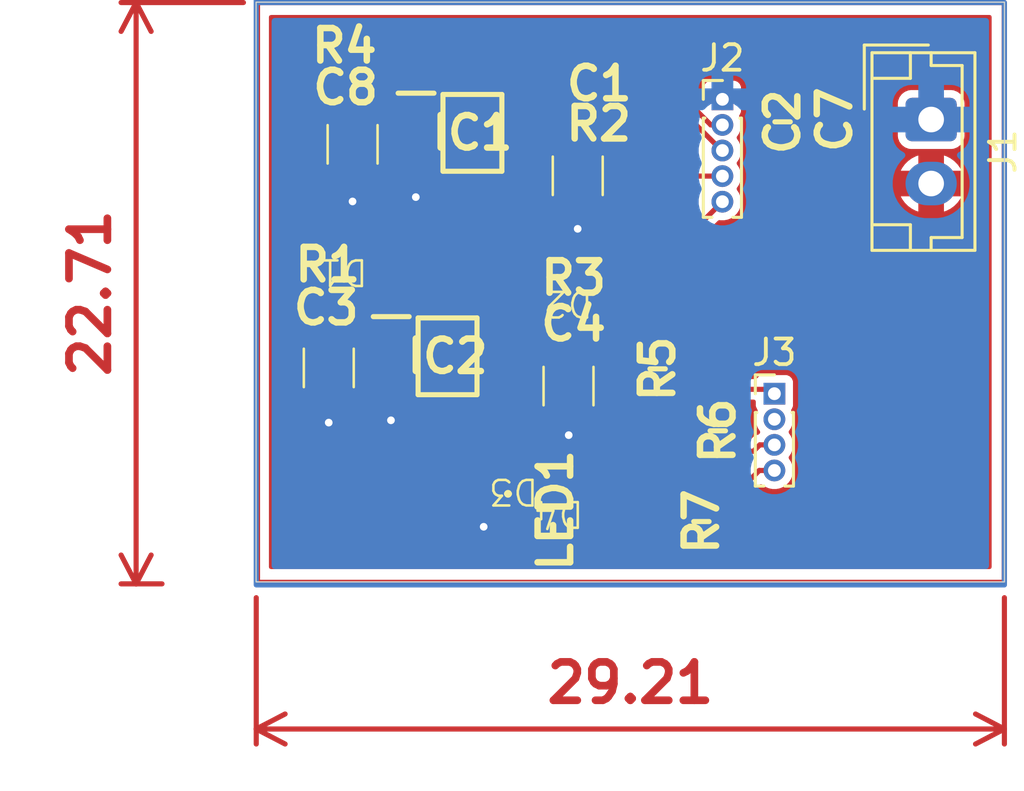
<source format=kicad_pcb>
(kicad_pcb (version 20241229) (generator "pcbnew") (generator_version "9.0")
  (layers (0 "F.Cu" signal) (2 "B.Cu" signal) (13 "F.Paste" user) (15 "B.Paste" user) (5 "F.SilkS" user "F.Silkscreen") (7 "B.SilkS" user "B.Silkscreen") (1 "F.Mask" user) (3 "B.Mask" user) (25 "Edge.Cuts" user))
  (net 0 "")
  (net 2 "Net-(D2-K)")
  (net 3 "Net-(D3-K)")
  (net 4 "Net-(D4-K)")
  (net 5 "Net-(D1-K)")
  (net 6 "/3.3V")
  (net 7 "/Out1B")
  (net 8 "/Out2A")
  (net 9 "/Out2B")
  (net 10 "/Out1A")
  (net 11 "GND")
  (net 12 "Net-(J3-Pin_1)")
  (net 13 "Net-(J3-Pin_4)")
  (net 14 "Net-(J3-Pin_3)")
  (footprint "CUSTOM_LIBRARY:SD019-141-411" (layer "F.Cu") (at 115.485001 77.139998 180)
    (property "Reference" "D1" (at 0 -0.5 180) (layer "F.SilkS") (effects (font (thickness 0.1))))
    (property "Value" "SD019-141-411")
    (fp_line (start 0.597046 5.241684) (end 0.597046 3.741684) (stroke (width 0.1)) (layer "F.SilkS"))
    (fp_line (start -1.352148 3.741684) (end -1.352148 5.241684) (stroke (width 0.1)) (layer "F.SilkS"))
    (pad "1" smd roundrect (at -0.375 3.725 180) (size 1.35 0.75) (layers "F.Cu" "F.Mask" "F.Paste" "Eco1.User") (roundrect_rratio 0.15) (net 11 "GND"))
    (pad "2" smd roundrect (at -0.374999 5.274998 180) (size 1.349998 0.749996) (layers "F.Cu" "F.Mask" "F.Paste") (roundrect_rratio 0.15) (net 5 "Net-(D1-K)"))
  )
  (footprint "CUSTOM_LIBRARY:SD019-141-411" (layer "F.Cu") (at 124.275001 78.369998 180)
    (property "Reference" "D2" (at 0 -0.5 180) (layer "F.SilkS") (effects (font (thickness 0.1))))
    (property "Value" "SD019-141-411")
    (fp_line (start 0.597046 5.241684) (end 0.597046 3.741684) (stroke (width 0.1)) (layer "F.SilkS"))
    (fp_line (start -1.352148 3.741684) (end -1.352148 5.241684) (stroke (width 0.1)) (layer "F.SilkS"))
    (pad "1" smd roundrect (at -0.375 3.725 180) (size 1.35 0.75) (layers "F.Cu" "F.Mask" "F.Paste" "Eco1.User") (roundrect_rratio 0.15) (net 11 "GND"))
    (pad "2" smd roundrect (at -0.374999 5.274998 180) (size 1.349998 0.749996) (layers "F.Cu" "F.Mask" "F.Paste") (roundrect_rratio 0.15) (net 2 "Net-(D2-K)"))
  )
  (footprint "CUSTOM_LIBRARY:CAPC1608X80N" (layer "F.Cu") (at 132.65 71.77 90)
    (property "Reference" "C2" (at 0 0 90) (layer "F.SilkS") (effects (font (size 1.27 1.27) (thickness 0.254))))
    (property "Value" "C1608X5R1E475K080AC" (hide yes))
    (fp_line (start 0 -0.3) (end 0 0.3) (stroke (width 0.2)) (layer "F.SilkS"))
    (pad "1" smd rect (at -0.8 0 90) (size 0.54 0.94) (layers "F.Cu" "F.Mask" "F.Paste") (net 6 "/3.3V"))
    (pad "2" smd rect (at 0.8 0 90) (size 0.54 0.94) (layers "F.Cu" "F.Mask" "F.Paste") (net 11 "GND"))
  )
  (footprint "Connector_PinHeader_1.00mm:PinHeader_1x04_P1.00mm_Vertical" (layer "F.Cu") (at 132.33 82.39)
    (property "Reference" "J3" (at 0 -1.61 0) (layer "F.SilkS"))
    (property "Value" "Conn_01x04")
    (fp_line (start -0.745 -0.735) (end 0 -0.735) (stroke (width 0.12)) (layer "F.SilkS"))
    (fp_line (start -0.745 0) (end -0.745 -0.735) (stroke (width 0.12)) (layer "F.SilkS"))
    (fp_line (start -0.745 0.735) (end -0.745 3.61) (stroke (width 0.12)) (layer "F.SilkS"))
    (fp_line (start -0.745 0.735) (end -0.685565 0.735) (stroke (width 0.12)) (layer "F.SilkS"))
    (fp_line (start -0.745 3.61) (end -0.41003 3.61) (stroke (width 0.12)) (layer "F.SilkS"))
    (fp_line (start 0.41003 3.61) (end 0.745 3.61) (stroke (width 0.12)) (layer "F.SilkS"))
    (fp_line (start 0.685565 0.735) (end 0.745 0.735) (stroke (width 0.12)) (layer "F.SilkS"))
    (fp_line (start 0.745 0.735) (end 0.745 3.61) (stroke (width 0.12)) (layer "F.SilkS"))
    (pad "1" thru_hole rect (at 0 0) (size 0.85 0.85) (drill 0.5) (layers "*.Cu" "*.Mask") (net 12 "Net-(J3-Pin_1)"))
    (pad "2" thru_hole circle (at 0 1) (size 0.85 0.85) (drill 0.5) (layers "*.Cu" "*.Mask") (net 11 "GND"))
    (pad "3" thru_hole circle (at 0 2) (size 0.85 0.85) (drill 0.5) (layers "*.Cu" "*.Mask") (net 14 "Net-(J3-Pin_3)"))
    (pad "4" thru_hole circle (at 0 3) (size 0.85 0.85) (drill 0.5) (layers "*.Cu" "*.Mask") (net 13 "Net-(J3-Pin_4)"))
  )
  (footprint "CUSTOM_LIBRARY:CAPC1608X90N" (layer "F.Cu") (at 115.59 70.43 180)
    (property "Reference" "C8" (at 0 0 180) (layer "F.SilkS") (effects (font (size 1.27 1.27) (thickness 0.254))))
    (property "Value" "06031A151JAT2A" (hide yes))
    (pad "1" smd rect (at -0.7 0 180) (size 0.78 0.99) (layers "F.Cu" "F.Mask" "F.Paste") (net 10 "/Out1A"))
    (pad "2" smd rect (at 0.7 0 180) (size 0.78 0.99) (layers "F.Cu" "F.Mask" "F.Paste") (net 5 "Net-(D1-K)"))
  )
  (footprint "CUSTOM_LIBRARY:SOP65P490X110-8N" (layer "F.Cu") (at 119.57 80.93)
    (property "Reference" "IC2" (at 0 0 0) (layer "F.SilkS") (effects (font (size 1.27 1.27) (thickness 0.254))))
    (property "Value" "MCP6002-E_MS" (hide yes))
    (fp_line (start -2.9 -1.55) (end -1.5 -1.55) (stroke (width 0.2)) (layer "F.SilkS"))
    (fp_line (start -1.15 -1.5) (end 1.15 -1.5) (stroke (width 0.2)) (layer "F.SilkS"))
    (fp_line (start -1.15 1.5) (end -1.15 -1.5) (stroke (width 0.2)) (layer "F.SilkS"))
    (fp_line (start 1.15 -1.5) (end 1.15 1.5) (stroke (width 0.2)) (layer "F.SilkS"))
    (fp_line (start 1.15 1.5) (end -1.15 1.5) (stroke (width 0.2)) (layer "F.SilkS"))
    (pad "1" smd rect (at -2.2 -0.975 90) (size 0.45 1.4) (layers "F.Cu" "F.Mask" "F.Paste") (net 8 "/Out2A"))
    (pad "2" smd rect (at -2.2 -0.325 90) (size 0.45 1.4) (layers "F.Cu" "F.Mask" "F.Paste") (net 3 "Net-(D3-K)"))
    (pad "3" smd rect (at -2.2 0.325 90) (size 0.45 1.4) (layers "F.Cu" "F.Mask" "F.Paste") (net 11 "GND"))
    (pad "4" smd rect (at -2.2 0.975 90) (size 0.45 1.4) (layers "F.Cu" "F.Mask" "F.Paste") (net 11 "GND"))
    (pad "5" smd rect (at 2.2 0.975 90) (size 0.45 1.4) (layers "F.Cu" "F.Mask" "F.Paste") (net 11 "GND"))
    (pad "6" smd rect (at 2.2 0.325 90) (size 0.45 1.4) (layers "F.Cu" "F.Mask" "F.Paste") (net 4 "Net-(D4-K)"))
    (pad "7" smd rect (at 2.2 -0.325 90) (size 0.45 1.4) (layers "F.Cu" "F.Mask" "F.Paste") (net 9 "/Out2B"))
    (pad "8" smd rect (at 2.2 -0.975 90) (size 0.45 1.4) (layers "F.Cu" "F.Mask" "F.Paste") (net 6 "/3.3V"))
  )
  (footprint "CUSTOM_LIBRARY:RESC1608X55N" (layer "F.Cu") (at 127.77 81.42 90)
    (property "Reference" "R5" (at 0 0 90) (layer "F.SilkS") (effects (font (size 1.27 1.27) (thickness 0.254))))
    (property "Value" "RC0603JR-0710KL" (hide yes))
    (fp_line (start 0 -0.3) (end 0 0.3) (stroke (width 0.2)) (layer "F.SilkS"))
    (pad "1" smd rect (at -0.8 0 90) (size 0.8 0.95) (layers "F.Cu" "F.Mask" "F.Paste") (net 12 "Net-(J3-Pin_1)"))
    (pad "2" smd rect (at 0.8 0 90) (size 0.8 0.95) (layers "F.Cu" "F.Mask" "F.Paste") (net 6 "/3.3V"))
  )
  (footprint "CUSTOM_LIBRARY:CAPC1608X90N" (layer "F.Cu") (at 124.49 79.66 180)
    (property "Reference" "C4" (at 0 0 180) (layer "F.SilkS") (effects (font (size 1.27 1.27) (thickness 0.254))))
    (property "Value" "06031A151JAT2A" (hide yes))
    (pad "1" smd rect (at -0.7 0 180) (size 0.78 0.99) (layers "F.Cu" "F.Mask" "F.Paste") (net 4 "Net-(D4-K)"))
    (pad "2" smd rect (at 0.7 0 180) (size 0.78 0.99) (layers "F.Cu" "F.Mask" "F.Paste") (net 9 "/Out2B"))
  )
  (footprint "CUSTOM_LIBRARY:RESC1608X55N" (layer "F.Cu") (at 129.48 87.385 -90)
    (property "Reference" "R7" (at 0 0 90) (layer "F.SilkS") (effects (font (size 1.27 1.27) (thickness 0.254))))
    (property "Value" "RC0603JR-0710KL" (hide yes))
    (fp_line (start 0 -0.3) (end 0 0.3) (stroke (width 0.2)) (layer "F.SilkS"))
    (pad "1" smd rect (at -0.8 0 270) (size 0.8 0.95) (layers "F.Cu" "F.Mask" "F.Paste") (net 13 "Net-(J3-Pin_4)"))
    (pad "2" smd rect (at 0.8 0 270) (size 0.8 0.95) (layers "F.Cu" "F.Mask" "F.Paste") (net 6 "/3.3V"))
  )
  (footprint "CUSTOM_LIBRARY:SOP65P490X110-8N" (layer "F.Cu") (at 120.54 72.2)
    (property "Reference" "IC1" (at 0 0 0) (layer "F.SilkS") (effects (font (size 1.27 1.27) (thickness 0.254))))
    (property "Value" "MCP6002-E_MS" (hide yes))
    (fp_line (start -2.9 -1.55) (end -1.5 -1.55) (stroke (width 0.2)) (layer "F.SilkS"))
    (fp_line (start -1.15 -1.5) (end 1.15 -1.5) (stroke (width 0.2)) (layer "F.SilkS"))
    (fp_line (start -1.15 1.5) (end -1.15 -1.5) (stroke (width 0.2)) (layer "F.SilkS"))
    (fp_line (start 1.15 -1.5) (end 1.15 1.5) (stroke (width 0.2)) (layer "F.SilkS"))
    (fp_line (start 1.15 1.5) (end -1.15 1.5) (stroke (width 0.2)) (layer "F.SilkS"))
    (pad "1" smd rect (at -2.2 -0.975 90) (size 0.45 1.4) (layers "F.Cu" "F.Mask" "F.Paste") (net 10 "/Out1A"))
    (pad "2" smd rect (at -2.2 -0.325 90) (size 0.45 1.4) (layers "F.Cu" "F.Mask" "F.Paste") (net 5 "Net-(D1-K)"))
    (pad "3" smd rect (at -2.2 0.325 90) (size 0.45 1.4) (layers "F.Cu" "F.Mask" "F.Paste") (net 11 "GND"))
    (pad "4" smd rect (at -2.2 0.975 90) (size 0.45 1.4) (layers "F.Cu" "F.Mask" "F.Paste") (net 11 "GND"))
    (pad "5" smd rect (at 2.2 0.975 90) (size 0.45 1.4) (layers "F.Cu" "F.Mask" "F.Paste") (net 11 "GND"))
    (pad "6" smd rect (at 2.2 0.325 90) (size 0.45 1.4) (layers "F.Cu" "F.Mask" "F.Paste") (net 2 "Net-(D2-K)"))
    (pad "7" smd rect (at 2.2 -0.325 90) (size 0.45 1.4) (layers "F.Cu" "F.Mask" "F.Paste") (net 7 "/Out1B"))
    (pad "8" smd rect (at 2.2 -0.975 90) (size 0.45 1.4) (layers "F.Cu" "F.Mask" "F.Paste") (net 6 "/3.3V"))
  )
  (footprint "CUSTOM_LIBRARY:CAPC2012X94N" (layer "F.Cu") (at 134.68 71.68 90)
    (property "Reference" "C7" (at 0 0 90) (layer "F.SilkS") (effects (font (size 1.27 1.27) (thickness 0.254))))
    (property "Value" "KAM21BR71H104JM" (hide yes))
    (pad "1" smd rect (at -0.81 0 90) (size 1.02 1.47) (layers "F.Cu" "F.Mask" "F.Paste") (net 6 "/3.3V"))
    (pad "2" smd rect (at 0.81 0 90) (size 1.02 1.47) (layers "F.Cu" "F.Mask" "F.Paste") (net 11 "GND"))
  )
  (footprint "CUSTOM_LIBRARY:SD019-141-411" (layer "F.Cu") (at 123.915 86.585 180)
    (property "Reference" "D4" (at 0 -0.5 180) (layer "F.SilkS") (effects (font (thickness 0.1))))
    (property "Value" "WP7113PD1BT/BD-P22")
    (fp_line (start 0.597046 5.241684) (end 0.597046 3.741684) (stroke (width 0.1)) (layer "F.SilkS"))
    (fp_line (start -1.352148 3.741684) (end -1.352148 5.241684) (stroke (width 0.1)) (layer "F.SilkS"))
    (pad "1" smd roundrect (at -0.375 3.725 180) (size 1.35 0.75) (layers "F.Cu" "F.Mask" "F.Paste" "Eco1.User") (roundrect_rratio 0.15) (net 11 "GND"))
    (pad "2" smd roundrect (at -0.374999 5.274998 180) (size 1.349998 0.749996) (layers "F.Cu" "F.Mask" "F.Paste") (roundrect_rratio 0.15) (net 4 "Net-(D4-K)"))
  )
  (footprint "CUSTOM_LIBRARY:RESC1608X50N" (layer "F.Cu") (at 114.89 77.35 180)
    (property "Reference" "R1" (at 0 0 180) (layer "F.SilkS") (effects (font (size 1.27 1.27) (thickness 0.254))))
    (property "Value" "CRCW0603100KFKEA" (hide yes))
    (pad "1" smd rect (at -0.75 0 180) (size 0.85 1) (layers "F.Cu" "F.Mask" "F.Paste") (net 8 "/Out2A"))
    (pad "2" smd rect (at 0.75 0 180) (size 0.85 1) (layers "F.Cu" "F.Mask" "F.Paste") (net 3 "Net-(D3-K)"))
  )
  (footprint "Connector_JST:JST_EH_B2B-EH-A_1x02_P2.50mm_Vertical" (layer "F.Cu") (at 138.45 71.68 -90)
    (property "Reference" "J1" (at 1.25 -2.8 90) (layer "F.SilkS"))
    (property "Value" "Conn_01x02")
    (fp_line (start -2.91 2.61) (end -0.41 2.61) (stroke (width 0.12)) (layer "F.SilkS"))
    (fp_line (start -2.61 2.31) (end 5.11 2.31) (stroke (width 0.12)) (layer "F.SilkS"))
    (fp_line (start 5.11 2.31) (end 5.11 -1.71) (stroke (width 0.12)) (layer "F.SilkS"))
    (fp_line (start -2.61 0.81) (end -1.61 0.81) (stroke (width 0.12)) (layer "F.SilkS"))
    (fp_line (start -1.61 0.81) (end -1.61 2.31) (stroke (width 0.12)) (layer "F.SilkS"))
    (fp_line (start 4.11 0.81) (end 4.11 2.31) (stroke (width 0.12)) (layer "F.SilkS"))
    (fp_line (start 5.11 0.81) (end 4.11 0.81) (stroke (width 0.12)) (layer "F.SilkS"))
    (fp_line (start -2.91 0.11) (end -2.91 2.61) (stroke (width 0.12)) (layer "F.SilkS"))
    (fp_line (start -2.61 0) (end -2.11 0) (stroke (width 0.12)) (layer "F.SilkS"))
    (fp_line (start -2.11 0) (end -2.11 -1.21) (stroke (width 0.12)) (layer "F.SilkS"))
    (fp_line (start 4.61 0) (end 5.11 0) (stroke (width 0.12)) (layer "F.SilkS"))
    (fp_line (start -2.11 -1.21) (end 4.61 -1.21) (stroke (width 0.12)) (layer "F.SilkS"))
    (fp_line (start 4.61 -1.21) (end 4.61 0) (stroke (width 0.12)) (layer "F.SilkS"))
    (fp_line (start -2.61 -1.71) (end -2.61 2.31) (stroke (width 0.12)) (layer "F.SilkS"))
    (fp_line (start 5.11 -1.71) (end -2.61 -1.71) (stroke (width 0.12)) (layer "F.SilkS"))
    (pad "1" thru_hole roundrect (at 0 0 270) (size 1.7 2) (drill 1) (layers "*.Cu" "*.Mask") (roundrect_rratio 0.147059) (net 11 "GND"))
    (pad "2" thru_hole oval (at 2.5 0 270) (size 1.7 2) (drill 1) (layers "*.Cu" "*.Mask") (net 6 "/3.3V"))
  )
  (footprint "CUSTOM_LIBRARY:LTR390UV01" (layer "F.Cu") (at 123.78 86.95 -90)
    (property "Reference" "LED1" (at 0 0 270) (layer "F.SilkS") (effects (font (size 1.27 1.27) (thickness 0.254))))
    (property "Value" "LTR-390UV-01" (hide yes))
    (fp_line (start -0.65 1.9) (end -0.65 1.9) (stroke (width 0.2)) (layer "F.SilkS"))
    (fp_line (start -0.65 1.9) (end -0.65 1.9) (stroke (width 0.2)) (layer "F.SilkS"))
    (fp_line (start -0.65 1.8) (end -0.65 1.8) (stroke (width 0.2)) (layer "F.SilkS"))
    (fp_arc (start -0.65 1.9) (mid -0.7 1.85) (end -0.65 1.8) (stroke (width 0.2)) (layer "F.SilkS"))
    (fp_arc (start -0.65 1.8) (mid -0.6 1.85) (end -0.65 1.9) (stroke (width 0.2)) (layer "F.SilkS"))
    (fp_arc (start -0.65 1.8) (mid -0.6 1.85) (end -0.65 1.9) (stroke (width 0.2)) (layer "F.SilkS"))
    (pad "1" smd rect (at -0.65 0.9 270) (size 0.3 0.65) (layers "F.Cu" "F.Mask" "F.Paste") (net 6 "/3.3V"))
    (pad "2" smd rect (at 0 0.9 270) (size 0.3 0.65) (layers "F.Cu" "F.Mask" "F.Paste"))
    (pad "3" smd rect (at 0.65 0.9 270) (size 0.3 0.65) (layers "F.Cu" "F.Mask" "F.Paste") (net 11 "GND"))
    (pad "4" smd rect (at 0.65 -0.9 270) (size 0.3 0.65) (layers "F.Cu" "F.Mask" "F.Paste") (net 13 "Net-(J3-Pin_4)"))
    (pad "5" smd rect (at 0 -0.9 270) (size 0.3 0.65) (layers "F.Cu" "F.Mask" "F.Paste") (net 14 "Net-(J3-Pin_3)"))
    (pad "6" smd rect (at -0.65 -0.9 270) (size 0.3 0.65) (layers "F.Cu" "F.Mask" "F.Paste") (net 12 "Net-(J3-Pin_1)"))
  )
  (footprint "CUSTOM_LIBRARY:SD019-141-411" (layer "F.Cu") (at 114.555 85.875 180)
    (property "Reference" "D3" (at -7.59 -0.34 180) (layer "F.SilkS") (effects (font (thickness 0.1))))
    (property "Value" "SD019-141-411")
    (fp_line (start 0.597046 5.241684) (end 0.597046 3.741684) (stroke (width 0.1)) (layer "F.SilkS"))
    (fp_line (start -1.352148 3.741684) (end -1.352148 5.241684) (stroke (width 0.1)) (layer "F.SilkS"))
    (pad "1" smd roundrect (at -0.375 3.725 180) (size 1.35 0.75) (layers "F.Cu" "F.Mask" "F.Paste" "Eco1.User") (roundrect_rratio 0.15) (net 11 "GND"))
    (pad "2" smd roundrect (at -0.374999 5.274998 180) (size 1.349998 0.749996) (layers "F.Cu" "F.Mask" "F.Paste") (roundrect_rratio 0.15) (net 3 "Net-(D3-K)"))
  )
  (footprint "CUSTOM_LIBRARY:CAPC1608X90N" (layer "F.Cu") (at 114.83 79.03 180)
    (property "Reference" "C3" (at 0 0 180) (layer "F.SilkS") (effects (font (size 1.27 1.27) (thickness 0.254))))
    (property "Value" "06031A151JAT2A" (hide yes))
    (pad "1" smd rect (at -0.7 0 180) (size 0.78 0.99) (layers "F.Cu" "F.Mask" "F.Paste") (net 8 "/Out2A"))
    (pad "2" smd rect (at 0.7 0 180) (size 0.78 0.99) (layers "F.Cu" "F.Mask" "F.Paste") (net 3 "Net-(D3-K)"))
  )
  (footprint "CUSTOM_LIBRARY:RESC1608X55N" (layer "F.Cu") (at 130.12 83.84 90)
    (property "Reference" "R6" (at 0 0 90) (layer "F.SilkS") (effects (font (size 1.27 1.27) (thickness 0.254))))
    (property "Value" "RC0603JR-0710KL" (hide yes))
    (fp_line (start 0 -0.3) (end 0 0.3) (stroke (width 0.2)) (layer "F.SilkS"))
    (pad "1" smd rect (at -0.8 0 90) (size 0.8 0.95) (layers "F.Cu" "F.Mask" "F.Paste") (net 14 "Net-(J3-Pin_3)"))
    (pad "2" smd rect (at 0.8 0 90) (size 0.8 0.95) (layers "F.Cu" "F.Mask" "F.Paste") (net 6 "/3.3V"))
  )
  (footprint "CUSTOM_LIBRARY:CAPC1608X90N" (layer "F.Cu") (at 125.49 70.275 180)
    (property "Reference" "C1" (at 0 0 180) (layer "F.SilkS") (effects (font (size 1.27 1.27) (thickness 0.254))))
    (property "Value" "06031A151JAT2A" (hide yes))
    (pad "1" smd rect (at -0.7 0 180) (size 0.78 0.99) (layers "F.Cu" "F.Mask" "F.Paste") (net 2 "Net-(D2-K)"))
    (pad "2" smd rect (at 0.7 0 180) (size 0.78 0.99) (layers "F.Cu" "F.Mask" "F.Paste") (net 7 "/Out1B"))
  )
  (footprint "CUSTOM_LIBRARY:RESC1608X50N" (layer "F.Cu") (at 124.49 77.87 180)
    (property "Reference" "R3" (at 0 0 180) (layer "F.SilkS") (effects (font (size 1.27 1.27) (thickness 0.254))))
    (property "Value" "CRCW0603100KFKEA" (hide yes))
    (pad "1" smd rect (at -0.75 0 180) (size 0.85 1) (layers "F.Cu" "F.Mask" "F.Paste") (net 4 "Net-(D4-K)"))
    (pad "2" smd rect (at 0.75 0 180) (size 0.85 1) (layers "F.Cu" "F.Mask" "F.Paste") (net 9 "/Out2B"))
  )
  (footprint "CUSTOM_LIBRARY:RESC1608X50N" (layer "F.Cu") (at 125.47 71.845 180)
    (property "Reference" "R2" (at 0 0 180) (layer "F.SilkS") (effects (font (size 1.27 1.27) (thickness 0.254))))
    (property "Value" "CRCW0603100KFKEA" (hide yes))
    (pad "1" smd rect (at -0.75 0 180) (size 0.85 1) (layers "F.Cu" "F.Mask" "F.Paste") (net 2 "Net-(D2-K)"))
    (pad "2" smd rect (at 0.75 0 180) (size 0.85 1) (layers "F.Cu" "F.Mask" "F.Paste") (net 7 "/Out1B"))
  )
  (footprint "Connector_PinHeader_1.00mm:PinHeader_1x05_P1.00mm_Vertical" (layer "F.Cu") (at 130.3 70.89)
    (property "Reference" "J2" (at 0 -1.61 0) (layer "F.SilkS"))
    (property "Value" "Conn_01x05")
    (fp_line (start -0.745 -0.735) (end 0 -0.735) (stroke (width 0.12)) (layer "F.SilkS"))
    (fp_line (start -0.745 0) (end -0.745 -0.735) (stroke (width 0.12)) (layer "F.SilkS"))
    (fp_line (start -0.745 0.735) (end -0.745 4.61) (stroke (width 0.12)) (layer "F.SilkS"))
    (fp_line (start -0.745 0.735) (end -0.685565 0.735) (stroke (width 0.12)) (layer "F.SilkS"))
    (fp_line (start -0.745 4.61) (end -0.41003 4.61) (stroke (width 0.12)) (layer "F.SilkS"))
    (fp_line (start 0.41003 4.61) (end 0.745 4.61) (stroke (width 0.12)) (layer "F.SilkS"))
    (fp_line (start 0.685565 0.735) (end 0.745 0.735) (stroke (width 0.12)) (layer "F.SilkS"))
    (fp_line (start 0.745 0.735) (end 0.745 4.61) (stroke (width 0.12)) (layer "F.SilkS"))
    (pad "1" thru_hole rect (at 0 0) (size 0.85 0.85) (drill 0.5) (layers "*.Cu" "*.Mask") (net 11 "GND"))
    (pad "2" thru_hole circle (at 0 1) (size 0.85 0.85) (drill 0.5) (layers "*.Cu" "*.Mask") (net 10 "/Out1A"))
    (pad "3" thru_hole circle (at 0 2) (size 0.85 0.85) (drill 0.5) (layers "*.Cu" "*.Mask") (net 7 "/Out1B"))
    (pad "4" thru_hole circle (at 0 3) (size 0.85 0.85) (drill 0.5) (layers "*.Cu" "*.Mask") (net 8 "/Out2A"))
    (pad "5" thru_hole circle (at 0 4) (size 0.85 0.85) (drill 0.5) (layers "*.Cu" "*.Mask") (net 9 "/Out2B"))
  )
  (footprint "CUSTOM_LIBRARY:RESC1608X50N" (layer "F.Cu") (at 115.54 68.8 180)
    (property "Reference" "R4" (at 0 0 180) (layer "F.SilkS") (effects (font (size 1.27 1.27) (thickness 0.254))))
    (property "Value" "CRCW0603100KFKEA" (hide yes))
    (pad "1" smd rect (at -0.75 0 180) (size 0.85 1) (layers "F.Cu" "F.Mask" "F.Paste") (net 10 "/Out1A"))
    (pad "2" smd rect (at 0.75 0 180) (size 0.85 1) (layers "F.Cu" "F.Mask" "F.Paste") (net 5 "Net-(D1-K)"))
  )
  (gr_rect (start 112.15 67.11) (end 141.305 89.76) (stroke (width 0.2)) (fill no) (layer "F.Cu") (net 9))
  (gr_rect (start 112.1 67.11) (end 141.31 89.86) (stroke (width 0.2)) (fill no) (layer "B.Cu") (net 9))
  (gr_rect (start 112.094209 67.094209) (end 141.312435 89.742435) (stroke (width 0.05)) (fill no) (layer "Edge.Cuts"))
  (dimension (type orthogonal) (layer "F.Cu") (pts (xy 112.1 67.11) (xy 108.92 89.82)) (height -4.69) (orientation 1) (format (prefix "") (suffix "") (units 3) (units_format 0) (precision 4) (suppress_zeroes yes)) (style (thickness 0.2) (arrow_length 1.27) (text_position_mode 0) (arrow_direction outward) (extension_height 0.58642) (extension_offset 0.5) (keep_text_aligned yes)) (gr_text "22.71" (at 105.61 78.465 90) (layer "F.Cu") (effects (font (size 1.5 1.5) (thickness 0.3)))))
  (dimension (type orthogonal) (layer "F.Cu") (pts (xy 112.1 89.86) (xy 141.31 89.86)) (height 5.63) (orientation 0) (format (prefix "") (suffix "") (units 3) (units_format 0) (precision 4) (suppress_zeroes yes)) (style (thickness 0.2) (arrow_length 1.27) (text_position_mode 0) (arrow_direction outward) (extension_height 0.58642) (extension_offset 0.5) (keep_text_aligned yes)) (gr_text "29.21" (at 126.705 93.69 0) (layer "F.Cu") (effects (font (size 1.5 1.5) (thickness 0.3)))))
  (segment (start 126.22 71.845) (end 126.22 72.455) (width 0.2) (layer "F.Cu") (net 2))
  (segment (start 125.56 73.095) (end 124.65 73.095) (width 0.2) (layer "F.Cu") (net 2))
  (segment (start 124.65 73.095) (end 124.15 73.095) (width 0.2) (layer "F.Cu") (net 2))
  (segment (start 126.19 71.815) (end 126.22 71.845) (width 0.2) (layer "F.Cu") (net 2))
  (segment (start 125.57 73.105) (end 125.56 73.095) (width 0.2) (layer "F.Cu") (net 2))
  (segment (start 122.76 72.545) (end 122.74 72.525) (width 0.2) (layer "F.Cu") (net 2))
  (segment (start 126.05 70.135) (end 126.19 70.275) (width 0.2) (layer "F.Cu") (net 2))
  (segment (start 126.19 70.275) (end 126.19 71.815) (width 0.2) (layer "F.Cu") (net 2))
  (segment (start 126.22 72.455) (end 125.57 73.105) (width 0.2) (layer "F.Cu") (net 2))
  (segment (start 124.15 73.095) (end 123.6 72.545) (width 0.2) (layer "F.Cu") (net 2))
  (segment (start 123.6 72.545) (end 122.76 72.545) (width 0.2) (layer "F.Cu") (net 2))
  (segment (start 117.37 80.605) (end 114.934997 80.605) (width 0.2) (layer "F.Cu") (net 3))
  (segment (start 114.13 79.800003) (end 114.929999 80.600002) (width 0.2) (layer "F.Cu") (net 3))
  (segment (start 114.14 77.35) (end 114.14 79.02) (width 0.2) (layer "F.Cu") (net 3))
  (segment (start 114.934997 80.605) (end 114.929999 80.600002) (width 0.2) (layer "F.Cu") (net 3))
  (segment (start 117.365 80.6) (end 117.37 80.605) (width 0.2) (layer "F.Cu") (net 3))
  (segment (start 114.14 79.02) (end 114.13 79.03) (width 0.2) (layer "F.Cu") (net 3))
  (segment (start 115.14 80.6) (end 115.14 80.36) (width 0.2) (layer "F.Cu") (net 3))
  (segment (start 114.13 79.03) (end 114.13 79.800003) (width 0.2) (layer "F.Cu") (net 3))
  (segment (start 125.19 80.39) (end 125.19 79.66) (width 0.2) (layer "F.Cu") (net 4))
  (segment (start 124.289999 81.310002) (end 124.289999 81.290001) (width 0.2) (layer "F.Cu") (net 4))
  (segment (start 121.77 81.255) (end 124.234997 81.255) (width 0.2) (layer "F.Cu") (net 4))
  (segment (start 125.19 77.92) (end 125.24 77.87) (width 0.2) (layer "F.Cu") (net 4))
  (segment (start 124.234997 81.255) (end 124.289999 81.310002) (width 0.2) (layer "F.Cu") (net 4))
  (segment (start 125.19 79.66) (end 125.19 77.92) (width 0.2) (layer "F.Cu") (net 4))
  (segment (start 124.289999 81.290001) (end 125.19 80.39) (width 0.2) (layer "F.Cu") (net 4))
  (segment (start 114.96 70.99) (end 114.96 70.5) (width 0.2) (layer "F.Cu") (net 5))
  (segment (start 114.79 70.33) (end 114.89 70.43) (width 0.2) (layer "F.Cu") (net 5))
  (segment (start 115.86 71.865) (end 114.985 70.99) (width 0.2) (layer "F.Cu") (net 5))
  (segment (start 115.87 71.875) (end 115.86 71.865) (width 0.2) (layer "F.Cu") (net 5))
  (segment (start 118.34 71.875) (end 115.87 71.875) (width 0.2) (layer "F.Cu") (net 5))
  (segment (start 114.79 68.8) (end 114.79 70.33) (width 0.2) (layer "F.Cu") (net 5))
  (segment (start 114.96 70.5) (end 114.89 70.43) (width 0.2) (layer "F.Cu") (net 5))
  (segment (start 114.985 70.99) (end 114.96 70.99) (width 0.2) (layer "F.Cu") (net 5))
  (segment (start 124.72 70.345) (end 124.79 70.275) (width 0.2) (layer "F.Cu") (net 7))
  (segment (start 122.77 71.845) (end 122.74 71.875) (width 0.2) (layer "F.Cu") (net 7))
  (segment (start 124.72 71.845) (end 124.72 70.345) (width 0.2) (layer "F.Cu") (net 7))
  (segment (start 126.07545 68.98955) (end 126.37283 68.98955) (width 0.2) (layer "F.Cu") (net 7))
  (segment (start 126.37283 68.98955) (end 130.27328 72.89) (width 0.2) (layer "F.Cu") (net 7))
  (segment (start 130.27328 72.89) (end 130.3 72.89) (width 0.2) (layer "F.Cu") (net 7))
  (segment (start 124.79 70.275) (end 126.07545 68.98955) (width 0.2) (layer "F.Cu") (net 7))
  (segment (start 124.72 71.845) (end 122.77 71.845) (width 0.2) (layer "F.Cu") (net 7))
  (segment (start 117.37 79.955) (end 117.37 78.93) (width 0.2) (layer "F.Cu") (net 8))
  (segment (start 119.749 76.551) (end 126.639 76.551) (width 0.2) (layer "F.Cu") (net 8))
  (segment (start 115.53 77.46) (end 115.64 77.35) (width 0.2) (layer "F.Cu") (net 8))
  (segment (start 129.34 73.89) (end 130.3 73.89) (width 0.2) (layer "F.Cu") (net 8))
  (segment (start 115.53 79.03) (end 115.53 77.46) (width 0.2) (layer "F.Cu") (net 8))
  (segment (start 116.455 79.955) (end 115.53 79.03) (width 0.2) (layer "F.Cu") (net 8))
  (segment (start 129.32 73.87) (end 129.34 73.89) (width 0.2) (layer "F.Cu") (net 8))
  (segment (start 126.639 76.551) (end 129.32 73.87) (width 0.2) (layer "F.Cu") (net 8))
  (segment (start 117.37 79.955) (end 116.455 79.955) (width 0.2) (layer "F.Cu") (net 8))
  (segment (start 117.37 78.93) (end 119.749 76.551) (width 0.2) (layer "F.Cu") (net 8))
  (segment (start 128.121 77.069) (end 130.3 74.89) (width 0.2) (layer "F.Cu") (net 9))
  (segment (start 123.74 77.87) (end 123.74 79.61) (width 0.2) (layer "F.Cu") (net 9))
  (segment (start 122.845 80.605) (end 121.77 80.605) (width 0.2) (layer "F.Cu") (net 9))
  (segment (start 124.541 77.069) (end 128.121 77.069) (width 0.2) (layer "F.Cu") (net 9))
  (segment (start 123.79 79.66) (end 122.845 80.605) (width 0.2) (layer "F.Cu") (net 9))
  (segment (start 123.74 77.87) (end 124.541 77.069) (width 0.2) (layer "F.Cu") (net 9))
  (segment (start 123.74 79.61) (end 123.79 79.66) (width 0.2) (layer "F.Cu") (net 9))
  (segment (start 116.29 70.43) (end 116.29 68.8) (width 0.2) (layer "F.Cu") (net 10))
  (segment (start 118.34 71.225) (end 117.085 71.225) (width 0.2) (layer "F.Cu") (net 10))
  (segment (start 129.848 71.89) (end 126.538 68.58) (width 0.2) (layer "F.Cu") (net 10))
  (segment (start 117.085 71.225) (end 116.29 70.43) (width 0.2) (layer "F.Cu") (net 10))
  (segment (start 130.3 71.89) (end 129.848 71.89) (width 0.2) (layer "F.Cu") (net 10))
  (segment (start 118.34 70.03) (end 118.34 71.225) (width 0.2) (layer "F.Cu") (net 10))
  (segment (start 126.538 68.58) (end 119.79 68.58) (width 0.2) (layer "F.Cu") (net 10))
  (segment (start 119.79 68.58) (end 118.34 70.03) (width 0.2) (layer "F.Cu") (net 10))
  (segment (start 120.99 87.6) (end 120.98 87.59) (width 0.2) (layer "F.Cu") (net 11))
  (segment (start 124.650001 74.644998) (end 123.754998 74.644998) (width 0.2) (layer "F.Cu") (net 11))
  (segment (start 115.72 82.15) (end 116.615 81.255) (width 0.2) (layer "F.Cu") (net 11))
  (segment (start 118.34 73.175) (end 118.34 74.7) (width 0.2) (layer "F.Cu") (net 11))
  (segment (start 115.860001 73.414998) (end 115.86 74.88) (width 0.2) (layer "F.Cu") (net 11))
  (segment (start 117.445 72.525) (end 118.34 72.525) (width 0.2) (layer "F.Cu") (net 11))
  (segment (start 124.29 82.86) (end 122.725 82.86) (width 0.2) (layer "F.Cu") (net 11))
  (segment (start 124.650001 74.644998) (end 124.65 75.95) (width 0.2) (layer "F.Cu") (net 11))
  (segment (start 132.65 70.97) (end 134.58 70.97) (width 0.2) (layer "F.Cu") (net 11))
  (segment (start 114.93 82.15) (end 114.93 83.52) (width 0.2) (layer "F.Cu") (net 11))
  (segment (start 117.37 83.42) (end 117.36 83.43) (width 0.2) (layer "F.Cu") (net 11))
  (segment (start 114.93 82.15) (end 115.72 82.15) (width 0.2) (layer "F.Cu") (net 11))
  (segment (start 134.58 70.97) (end 134.68 70.87) (width 0.2) (layer "F.Cu") (net 11))
  (segment (start 122.74 73.63) (end 122.74 73.175) (width 0.2) (layer "F.Cu") (net 11))
  (segment (start 116.615 81.255) (end 117.37 81.255) (width 0.2) (layer "F.Cu") (net 11))
  (segment (start 115.860001 73.414998) (end 116.555002 73.414998) (width 0.2) (layer "F.Cu") (net 11))
  (segment (start 116.555002 73.414998) (end 117.445 72.525) (width 0.2) (layer "F.Cu") (net 11))
  (segment (start 117.37 81.905) (end 117.37 83.42) (width 0.2) (layer "F.Cu") (net 11))
  (segment (start 118.34 74.7) (end 118.33 74.71) (width 0.2) (layer "F.Cu") (net 11))
  (segment (start 124.29 82.86) (end 124.29 84) (width 0.2) (layer "F.Cu") (net 11))
  (segment (start 122.725 82.86) (end 121.77 81.905) (width 0.2) (layer "F.Cu") (net 11))
  (segment (start 122.88 87.6) (end 120.99 87.6) (width 0.2) (layer "F.Cu") (net 11))
  (segment (start 123.754998 74.644998) (end 122.74 73.63) (width 0.2) (layer "F.Cu") (net 11))
  (segment (start 124.29 84) (end 124.3 84.01) (width 0.2) (layer "F.Cu") (net 11))
  (via (at 124.3 84.01) (size 0.6) (drill 0.3) (layers "F.Cu" "B.Cu") (net 11))
  (via (at 114.93 83.52) (size 0.6) (drill 0.3) (layers "F.Cu" "B.Cu") (net 11))
  (via (at 118.33 74.71) (size 0.6) (drill 0.3) (layers "F.Cu" "B.Cu") (net 11))
  (via (at 124.65 75.95) (size 0.6) (drill 0.3) (layers "F.Cu" "B.Cu") (net 11))
  (via (at 117.36 83.43) (size 0.6) (drill 0.3) (layers "F.Cu" "B.Cu") (net 11))
  (via (at 120.98 87.59) (size 0.6) (drill 0.3) (layers "F.Cu" "B.Cu") (net 11))
  (via (at 115.86 74.88) (size 0.6) (drill 0.3) (layers "F.Cu" "B.Cu") (net 11))
  (segment (start 132.16 82.22) (end 132.33 82.39) (width 0.2) (layer "F.Cu") (net 12))
  (segment (start 124.68 85.31) (end 127.77 82.22) (width 0.2) (layer "F.Cu") (net 12))
  (segment (start 124.68 86.3) (end 124.68 85.31) (width 0.2) (layer "F.Cu") (net 12))
  (segment (start 127.77 82.22) (end 132.16 82.22) (width 0.2) (layer "F.Cu") (net 12))
  (segment (start 124.68 87.6) (end 127.63 87.6) (width 0.2) (layer "F.Cu") (net 13))
  (segment (start 130.545 86.585) (end 131.74 85.39) (width 0.2) (layer "F.Cu") (net 13))
  (segment (start 127.63 87.6) (end 128.645 86.585) (width 0.2) (layer "F.Cu") (net 13))
  (segment (start 128.645 86.585) (end 129.48 86.585) (width 0.2) (layer "F.Cu") (net 13))
  (segment (start 129.48 86.585) (end 130.545 86.585) (width 0.2) (layer "F.Cu") (net 13))
  (segment (start 131.74 85.39) (end 132.33 85.39) (width 0.2) (layer "F.Cu") (net 13))
  (segment (start 126.33 86.95) (end 128.64 84.64) (width 0.2) (layer "F.Cu") (net 14))
  (segment (start 124.68 86.95) (end 126.33 86.95) (width 0.2) (layer "F.Cu") (net 14))
  (segment (start 130.12 84.64) (end 131.51 84.64) (width 0.2) (layer "F.Cu") (net 14))
  (segment (start 131.76 84.39) (end 132.33 84.39) (width 0.2) (layer "F.Cu") (net 14))
  (segment (start 131.51 84.64) (end 131.76 84.39) (width 0.2) (layer "F.Cu") (net 14))
  (segment (start 128.64 84.64) (end 130.12 84.64) (width 0.2) (layer "F.Cu") (net 14))
  (zone (net 6) (net_name "/3.3V") (layer "F.Cu") (connect_pads (clearance 0.3)) (min_thickness 0.15) (fill yes (thermal_gap 0.3) (thermal_bridge_width 1))
    (polygon (pts (xy 141.31 89.76) (xy 112.15 89.76) (xy 112.15 67.11) (xy 141.31 67.11)))
  )
  (zone (net 11) (net_name "GND") (layer "B.Cu") (priority 1) (connect_pads (clearance 0.5)) (min_thickness 0.25) (fill yes (thermal_gap 0.5) (thermal_bridge_width 1))
    (polygon (pts (xy 112.1 67.11) (xy 141.26 67.11) (xy 141.26 89.86) (xy 112.1 89.86)))
  )
)
</source>
